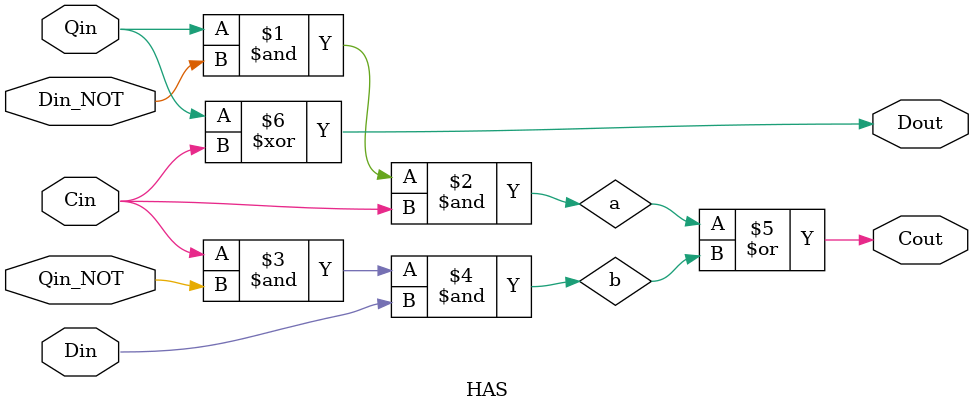
<source format=v>
module HAS(Cout,Dout,Cin,Qin,Qin_NOT,Din,Din_NOT);
	input Qin,Cin,Din_NOT,Din,Qin_NOT;
	output Cout,Dout;
	wire a,b;
	and and1(a,Qin,Din_NOT,Cin);
	and and2(b,Cin,Qin_NOT,Din);
	or(Cout,a,b);
	xor(Dout,Qin,Cin);
endmodule
</source>
